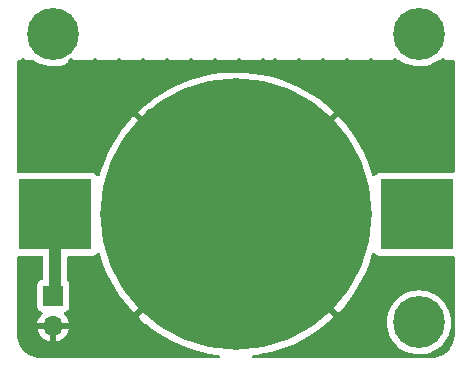
<source format=gbl>
%TF.GenerationSoftware,KiCad,Pcbnew,(6.0.1)*%
%TF.CreationDate,2022-03-11T00:24:32+11:00*%
%TF.ProjectId,BLE_beacon,424c455f-6265-4616-936f-6e2e6b696361,rev?*%
%TF.SameCoordinates,PX7e67600PY5e0b320*%
%TF.FileFunction,Copper,L2,Bot*%
%TF.FilePolarity,Positive*%
%FSLAX46Y46*%
G04 Gerber Fmt 4.6, Leading zero omitted, Abs format (unit mm)*
G04 Created by KiCad (PCBNEW (6.0.1)) date 2022-03-11 00:24:32*
%MOMM*%
%LPD*%
G01*
G04 APERTURE LIST*
%TA.AperFunction,ComponentPad*%
%ADD10R,1.700000X1.700000*%
%TD*%
%TA.AperFunction,ComponentPad*%
%ADD11O,1.700000X1.700000*%
%TD*%
%TA.AperFunction,ComponentPad*%
%ADD12C,0.700000*%
%TD*%
%TA.AperFunction,ComponentPad*%
%ADD13C,4.400000*%
%TD*%
%TA.AperFunction,ComponentPad*%
%ADD14R,0.900000X0.500000*%
%TD*%
%TA.AperFunction,SMDPad,CuDef*%
%ADD15R,6.200000X6.000000*%
%TD*%
%TA.AperFunction,SMDPad,CuDef*%
%ADD16C,23.000000*%
%TD*%
%TA.AperFunction,ViaPad*%
%ADD17C,0.508000*%
%TD*%
%TA.AperFunction,Conductor*%
%ADD18C,0.300000*%
%TD*%
%TA.AperFunction,Conductor*%
%ADD19C,1.000000*%
%TD*%
G04 APERTURE END LIST*
D10*
%TO.P,J2,1,Pin_1*%
%TO.N,VDD*%
X3625000Y5882000D03*
D11*
%TO.P,J2,2,Pin_2*%
%TO.N,GND*%
X3625000Y3342000D03*
%TD*%
D12*
%TO.P,REF\u002A\u002A,1*%
%TO.N,N/C*%
X36238000Y28000000D03*
X33421274Y29166726D03*
X34588000Y26350000D03*
X35754726Y26833274D03*
X35754726Y29166726D03*
X32938000Y28000000D03*
X34588000Y29650000D03*
D13*
X34588000Y28000000D03*
D12*
X33421274Y26833274D03*
%TD*%
%TO.P,REF\u002A\u002A,1*%
%TO.N,N/C*%
X5250000Y28000000D03*
X2433274Y26833274D03*
X3600000Y26350000D03*
X2433274Y29166726D03*
D13*
X3600000Y28000000D03*
D12*
X3600000Y29650000D03*
X1950000Y28000000D03*
X4766726Y29166726D03*
X4766726Y26833274D03*
%TD*%
%TO.P,REF\u002A\u002A,1*%
%TO.N,N/C*%
X33421274Y4782726D03*
X36238000Y3616000D03*
X35754726Y4782726D03*
X34588000Y1966000D03*
X33421274Y2449274D03*
X35754726Y2449274D03*
X34588000Y5266000D03*
X32938000Y3616000D03*
D13*
X34588000Y3616000D03*
%TD*%
D14*
%TO.P,AE1,2*%
%TO.N,GND*%
X25494800Y25358400D03*
%TD*%
D15*
%TO.P,BT1,1,+*%
%TO.N,VDD*%
X3794000Y12760000D03*
%TO.N,N/C*%
X34394000Y12760000D03*
D16*
%TO.P,BT1,2,-*%
%TO.N,GND*%
X19094000Y12760000D03*
%TD*%
D17*
%TO.N,GND*%
X18200000Y17600000D03*
X17316000Y25714000D03*
X18332000Y22920000D03*
X24936000Y21904000D03*
X30016000Y22412000D03*
X2076000Y7172000D03*
X12213136Y2094596D03*
X32556000Y22412000D03*
X9673655Y2094596D03*
X2076000Y17332000D03*
X30016000Y12760000D03*
X26460000Y25714000D03*
X7129503Y7198497D03*
X7129503Y4659016D03*
X26968000Y19872000D03*
X22904000Y10220000D03*
X13252000Y25714000D03*
X10712000Y9204000D03*
X11220000Y25714000D03*
X32549107Y17334892D03*
X13760000Y15300000D03*
X15284000Y25714000D03*
X9668984Y4659016D03*
X35096000Y7172000D03*
X29989503Y2094596D03*
X14522000Y15300000D03*
X9694961Y22438497D03*
X21380000Y5648000D03*
X25698000Y13268000D03*
X32556000Y19872000D03*
X13754828Y16079264D03*
X4616000Y17332000D03*
X27450022Y2094596D03*
X2049503Y22438497D03*
X4615999Y19899016D03*
X7156000Y25714000D03*
X19348000Y25714000D03*
X21380000Y25714000D03*
X7156000Y17332000D03*
X22904000Y16316000D03*
X21888000Y22920000D03*
X2049503Y19899016D03*
X10712000Y17332000D03*
X9188000Y25714000D03*
X11728000Y21396000D03*
X28492000Y25714000D03*
X35088588Y19874373D03*
X23412000Y5648000D03*
X24428000Y25714000D03*
X22904000Y13776000D03*
X32556000Y7172000D03*
X20872000Y16316000D03*
X20872000Y18348000D03*
X35088588Y17334892D03*
X35096000Y22412000D03*
X5124000Y25714000D03*
X4615999Y22438497D03*
X22396000Y25714000D03*
X30009626Y19874373D03*
X2076000Y4632000D03*
X15284000Y5648000D03*
X13252000Y5648000D03*
X7155480Y19899016D03*
X2050541Y2092520D03*
X21888000Y13014000D03*
X7155480Y22438497D03*
X12744000Y23428000D03*
X36620000Y25714000D03*
X22904000Y18348000D03*
X30516909Y25721091D03*
X32556000Y25714000D03*
X1060000Y25714000D03*
X7129503Y2092520D03*
X21888000Y13776000D03*
%TD*%
D18*
%TO.N,VDD*%
X3794000Y6051000D02*
X3625000Y5882000D01*
D19*
X3794000Y12760000D02*
X3794000Y6051000D01*
%TD*%
%TA.AperFunction,Conductor*%
%TO.N,GND*%
G36*
X2022752Y25792307D02*
G01*
X2025189Y25790575D01*
X2028149Y25788191D01*
X2305253Y25615373D01*
X2601112Y25477097D01*
X2911440Y25375366D01*
X3231742Y25311654D01*
X3235514Y25311367D01*
X3235522Y25311366D01*
X3553602Y25287171D01*
X3553607Y25287171D01*
X3557379Y25286884D01*
X3883633Y25301414D01*
X3943425Y25311366D01*
X4202037Y25354410D01*
X4202042Y25354411D01*
X4205778Y25355033D01*
X4519149Y25446966D01*
X4522616Y25448456D01*
X4522620Y25448457D01*
X4815721Y25574384D01*
X4815723Y25574385D01*
X4819205Y25575881D01*
X5101601Y25739909D01*
X5104623Y25742190D01*
X5104627Y25742193D01*
X5168168Y25790162D01*
X5234588Y25815242D01*
X5244085Y25815600D01*
X32937763Y25815600D01*
X33010752Y25792307D01*
X33013189Y25790575D01*
X33016149Y25788191D01*
X33293253Y25615373D01*
X33589112Y25477097D01*
X33899440Y25375366D01*
X34219742Y25311654D01*
X34223514Y25311367D01*
X34223522Y25311366D01*
X34541602Y25287171D01*
X34541607Y25287171D01*
X34545379Y25286884D01*
X34871633Y25301414D01*
X34931425Y25311366D01*
X35190037Y25354410D01*
X35190042Y25354411D01*
X35193778Y25355033D01*
X35507149Y25446966D01*
X35510616Y25448456D01*
X35510620Y25448457D01*
X35803721Y25574384D01*
X35803723Y25574385D01*
X35807205Y25575881D01*
X36089601Y25739909D01*
X36092623Y25742190D01*
X36092627Y25742193D01*
X36156168Y25790162D01*
X36222588Y25815242D01*
X36232085Y25815600D01*
X37491949Y25815600D01*
X37560070Y25795598D01*
X37606563Y25741942D01*
X37617949Y25689600D01*
X37617949Y16394500D01*
X37597947Y16326379D01*
X37544291Y16279886D01*
X37491949Y16268500D01*
X31245866Y16268500D01*
X31183684Y16261745D01*
X31047295Y16210615D01*
X30930739Y16123261D01*
X30891725Y16071204D01*
X30862794Y16032602D01*
X30805935Y15990087D01*
X30735116Y15985061D01*
X30672823Y16019121D01*
X30642059Y16071369D01*
X30641540Y16071204D01*
X30439234Y16708952D01*
X30438069Y16712298D01*
X30201100Y17336122D01*
X30199766Y17339359D01*
X29928336Y17949000D01*
X29926821Y17952162D01*
X29621784Y18545701D01*
X29620096Y18548771D01*
X29282409Y19124345D01*
X29280536Y19127341D01*
X28911257Y19683151D01*
X28909222Y19686036D01*
X28509481Y20220382D01*
X28507306Y20223126D01*
X28078344Y20734343D01*
X28076027Y20736953D01*
X27775646Y21056827D01*
X27761949Y21064874D01*
X27761169Y21064842D01*
X27752955Y21059744D01*
X19466022Y12772812D01*
X19458408Y12758868D01*
X19458539Y12757035D01*
X19462790Y12750420D01*
X27751308Y4461903D01*
X27765252Y4454289D01*
X27766969Y4454411D01*
X27773743Y4458781D01*
X27849779Y4535349D01*
X27852196Y4537923D01*
X28295248Y5036942D01*
X28297505Y5039632D01*
X28712010Y5562608D01*
X28714120Y5565428D01*
X29098791Y6110735D01*
X29100726Y6113646D01*
X29454359Y6679578D01*
X29456134Y6682603D01*
X29777621Y7267387D01*
X29779230Y7270518D01*
X30067575Y7872339D01*
X30068994Y7875527D01*
X30323301Y8492523D01*
X30324544Y8495795D01*
X30544000Y9125987D01*
X30545070Y9129358D01*
X30637361Y9451216D01*
X30675365Y9511185D01*
X30739757Y9541087D01*
X30810094Y9531430D01*
X30859306Y9492051D01*
X30925357Y9403920D01*
X30930739Y9396739D01*
X31047295Y9309385D01*
X31183684Y9258255D01*
X31245866Y9251500D01*
X37491949Y9251500D01*
X37560070Y9231498D01*
X37606563Y9177842D01*
X37617949Y9125500D01*
X37617949Y2667379D01*
X37616449Y2647995D01*
X37612763Y2624321D01*
X37614890Y2608052D01*
X37615683Y2583484D01*
X37601105Y2361066D01*
X37598954Y2344725D01*
X37550320Y2100227D01*
X37546054Y2084308D01*
X37465927Y1848261D01*
X37459620Y1833034D01*
X37349365Y1609459D01*
X37341124Y1595186D01*
X37202633Y1387918D01*
X37192603Y1374845D01*
X37113732Y1284910D01*
X37028235Y1187419D01*
X37016581Y1175765D01*
X36886747Y1061903D01*
X36829159Y1011400D01*
X36816082Y1001367D01*
X36608814Y862876D01*
X36594541Y854635D01*
X36370966Y744380D01*
X36355739Y738073D01*
X36119692Y657946D01*
X36103773Y653680D01*
X35859276Y605046D01*
X35842935Y602895D01*
X35627681Y588787D01*
X35604645Y589812D01*
X35601095Y589855D01*
X35592219Y591237D01*
X35563711Y587509D01*
X35560698Y587115D01*
X35544360Y586051D01*
X20538363Y586051D01*
X20470242Y606053D01*
X20423749Y659709D01*
X20413645Y729983D01*
X20443139Y794563D01*
X20502865Y832947D01*
X20523444Y837165D01*
X20847149Y875764D01*
X20850600Y876274D01*
X21507784Y992153D01*
X21511259Y992867D01*
X22160923Y1145244D01*
X22164333Y1146145D01*
X22804508Y1334559D01*
X22807852Y1335646D01*
X23436480Y1559490D01*
X23439795Y1560776D01*
X24054962Y1819368D01*
X24058164Y1820821D01*
X24657936Y2113350D01*
X24661080Y2114993D01*
X25243562Y2440532D01*
X25246626Y2442358D01*
X25810031Y2799905D01*
X25812957Y2801878D01*
X26355574Y3190355D01*
X26358347Y3192460D01*
X26878436Y3610621D01*
X26881100Y3612888D01*
X26916114Y3644415D01*
X31874698Y3644415D01*
X31890936Y3318241D01*
X31891577Y3314510D01*
X31891578Y3314502D01*
X31933611Y3069885D01*
X31946241Y2996381D01*
X31947329Y2992742D01*
X31947330Y2992739D01*
X32032178Y2709030D01*
X32039814Y2683496D01*
X32041327Y2680025D01*
X32041329Y2680019D01*
X32078032Y2595810D01*
X32170297Y2384119D01*
X32172220Y2380848D01*
X32172222Y2380844D01*
X32245063Y2256938D01*
X32335802Y2102586D01*
X32338103Y2099571D01*
X32531631Y1845988D01*
X32531636Y1845983D01*
X32533931Y1842975D01*
X32595931Y1779330D01*
X32623369Y1751165D01*
X32761814Y1609047D01*
X32834635Y1550393D01*
X33013196Y1406569D01*
X33013201Y1406565D01*
X33016149Y1404191D01*
X33293253Y1231373D01*
X33589112Y1093097D01*
X33592721Y1091914D01*
X33854931Y1005957D01*
X33899440Y991366D01*
X34219742Y927654D01*
X34223514Y927367D01*
X34223522Y927366D01*
X34541602Y903171D01*
X34541607Y903171D01*
X34545379Y902884D01*
X34871633Y917414D01*
X34931425Y927366D01*
X35190037Y970410D01*
X35190042Y970411D01*
X35193778Y971033D01*
X35507149Y1062966D01*
X35510616Y1064456D01*
X35510620Y1064457D01*
X35803721Y1190384D01*
X35803723Y1190385D01*
X35807205Y1191881D01*
X36089601Y1355909D01*
X36350245Y1552676D01*
X36585363Y1779330D01*
X36774293Y2011394D01*
X36789155Y2029649D01*
X36789158Y2029653D01*
X36791549Y2032590D01*
X36816294Y2071809D01*
X36963788Y2305572D01*
X36963790Y2305575D01*
X36965815Y2308785D01*
X36990584Y2361065D01*
X37099139Y2590198D01*
X37105638Y2603916D01*
X37108262Y2611781D01*
X37207790Y2910103D01*
X37207792Y2910109D01*
X37208992Y2913707D01*
X37274381Y3233671D01*
X37280956Y3314502D01*
X37300674Y3556939D01*
X37300856Y3559174D01*
X37301395Y3610621D01*
X37301428Y3613779D01*
X37301428Y3613786D01*
X37301451Y3616000D01*
X37299510Y3648204D01*
X37282026Y3938207D01*
X37282026Y3938211D01*
X37281798Y3941985D01*
X37280883Y3947000D01*
X37223805Y4259527D01*
X37223804Y4259531D01*
X37223125Y4263249D01*
X37215722Y4287093D01*
X37151279Y4494633D01*
X37126282Y4575137D01*
X36992670Y4873131D01*
X36824226Y5152916D01*
X36821899Y5155900D01*
X36821894Y5155907D01*
X36625726Y5407442D01*
X36625724Y5407444D01*
X36623390Y5410437D01*
X36393070Y5641966D01*
X36136603Y5844148D01*
X35857705Y6014055D01*
X35854261Y6015621D01*
X35854257Y6015623D01*
X35645068Y6110735D01*
X35560414Y6149225D01*
X35249037Y6247700D01*
X35031492Y6288610D01*
X34931809Y6307355D01*
X34931807Y6307355D01*
X34928086Y6308055D01*
X34602208Y6329414D01*
X34598428Y6329206D01*
X34598427Y6329206D01*
X34500897Y6323838D01*
X34276124Y6311468D01*
X34272397Y6310807D01*
X34272393Y6310807D01*
X34115341Y6282973D01*
X33954557Y6254478D01*
X33950941Y6253376D01*
X33950933Y6253374D01*
X33645789Y6160373D01*
X33642167Y6159269D01*
X33343477Y6027219D01*
X33318041Y6012086D01*
X33066074Y5862183D01*
X33066068Y5862179D01*
X33062814Y5860243D01*
X32804244Y5660757D01*
X32571513Y5431653D01*
X32569149Y5428686D01*
X32569146Y5428683D01*
X32552220Y5407442D01*
X32367991Y5176249D01*
X32196626Y4898243D01*
X32059902Y4601664D01*
X32058741Y4598060D01*
X32058741Y4598059D01*
X32050196Y4571523D01*
X31959797Y4290808D01*
X31959079Y4287097D01*
X31959078Y4287093D01*
X31898482Y3973895D01*
X31898481Y3973886D01*
X31897763Y3970176D01*
X31897496Y3966400D01*
X31897495Y3966395D01*
X31874966Y3648204D01*
X31874698Y3644415D01*
X26916114Y3644415D01*
X27377023Y4059420D01*
X27379570Y4061846D01*
X27393398Y4075771D01*
X27400961Y4089738D01*
X27400814Y4091691D01*
X27396661Y4098128D01*
X19106812Y12387978D01*
X19092868Y12395592D01*
X19091035Y12395461D01*
X19084420Y12391210D01*
X10796742Y4103531D01*
X10789128Y4089587D01*
X10789234Y4088105D01*
X10793847Y4081007D01*
X10930691Y3947000D01*
X10933265Y3944617D01*
X11435363Y3505063D01*
X11438084Y3502813D01*
X11963926Y3091981D01*
X11966761Y3089890D01*
X12514747Y2709030D01*
X12517663Y2707122D01*
X13086059Y2357441D01*
X13089095Y2355688D01*
X13676092Y2038301D01*
X13679264Y2036699D01*
X14283051Y1752579D01*
X14286286Y1751165D01*
X14904991Y1501192D01*
X14908316Y1499955D01*
X15540008Y1284910D01*
X15543407Y1283858D01*
X16186108Y1104412D01*
X16189536Y1103557D01*
X16841294Y960259D01*
X16844748Y959600D01*
X17503478Y852910D01*
X17506961Y852445D01*
X17650473Y837361D01*
X17716129Y810348D01*
X17756759Y752126D01*
X17759462Y681181D01*
X17723380Y620037D01*
X17659969Y588107D01*
X17637302Y586051D01*
X2651379Y586051D01*
X2631994Y587551D01*
X2617193Y589856D01*
X2617190Y589856D01*
X2608321Y591237D01*
X2592052Y589110D01*
X2567484Y588317D01*
X2345066Y602895D01*
X2328725Y605046D01*
X2084227Y653680D01*
X2068308Y657946D01*
X1832261Y738073D01*
X1817034Y744380D01*
X1593459Y854635D01*
X1579186Y862876D01*
X1371918Y1001367D01*
X1358841Y1011400D01*
X1301254Y1061903D01*
X1171419Y1175765D01*
X1159765Y1187419D01*
X1074268Y1284910D01*
X995397Y1374845D01*
X985367Y1387918D01*
X846876Y1595186D01*
X838635Y1609459D01*
X728380Y1833034D01*
X722073Y1848261D01*
X641946Y2084308D01*
X637680Y2100227D01*
X589046Y2344724D01*
X586895Y2361065D01*
X572787Y2576319D01*
X573812Y2599355D01*
X573855Y2602905D01*
X575237Y2611781D01*
X571115Y2643303D01*
X570051Y2659640D01*
X570051Y3074034D01*
X2293257Y3074034D01*
X2323565Y2939554D01*
X2326645Y2929725D01*
X2406770Y2732397D01*
X2411413Y2723206D01*
X2522694Y2541612D01*
X2528777Y2533301D01*
X2668213Y2372333D01*
X2675580Y2365117D01*
X2839434Y2229084D01*
X2847881Y2223169D01*
X3031756Y2115721D01*
X3041042Y2111271D01*
X3240001Y2035297D01*
X3249899Y2032421D01*
X3353250Y2011394D01*
X3367299Y2012590D01*
X3371000Y2022935D01*
X3371000Y2023483D01*
X3879000Y2023483D01*
X3883064Y2009641D01*
X3896478Y2007607D01*
X3903184Y2008466D01*
X3913262Y2010608D01*
X4117255Y2071809D01*
X4126842Y2075567D01*
X4318095Y2169261D01*
X4326945Y2174536D01*
X4500328Y2298208D01*
X4508200Y2304861D01*
X4659052Y2455188D01*
X4665730Y2463035D01*
X4790003Y2635980D01*
X4795313Y2644817D01*
X4889670Y2835733D01*
X4893469Y2845328D01*
X4955377Y3049090D01*
X4957555Y3059163D01*
X4958986Y3070038D01*
X4956775Y3084222D01*
X4943617Y3088000D01*
X3897115Y3088000D01*
X3881876Y3083525D01*
X3880671Y3082135D01*
X3879000Y3074452D01*
X3879000Y2023483D01*
X3371000Y2023483D01*
X3371000Y3069885D01*
X3366525Y3085124D01*
X3365135Y3086329D01*
X3357452Y3088000D01*
X2308225Y3088000D01*
X2294694Y3084027D01*
X2293257Y3074034D01*
X570051Y3074034D01*
X570051Y9125500D01*
X590053Y9193621D01*
X643709Y9240114D01*
X696051Y9251500D01*
X2659500Y9251500D01*
X2727621Y9231498D01*
X2774114Y9177842D01*
X2785500Y9125500D01*
X2785500Y7359923D01*
X2765498Y7291802D01*
X2711842Y7245309D01*
X2680179Y7236605D01*
X2680222Y7236425D01*
X2675072Y7235201D01*
X2673106Y7234660D01*
X2672541Y7234599D01*
X2672537Y7234598D01*
X2664684Y7233745D01*
X2528295Y7182615D01*
X2411739Y7095261D01*
X2324385Y6978705D01*
X2273255Y6842316D01*
X2266500Y6780134D01*
X2266500Y4983866D01*
X2273255Y4921684D01*
X2324385Y4785295D01*
X2411739Y4668739D01*
X2528295Y4581385D01*
X2536704Y4578233D01*
X2536705Y4578232D01*
X2645960Y4537274D01*
X2702725Y4494633D01*
X2727425Y4428071D01*
X2712218Y4358722D01*
X2692825Y4332241D01*
X2569590Y4203283D01*
X2563104Y4195273D01*
X2443098Y4019351D01*
X2438000Y4010377D01*
X2348338Y3817217D01*
X2344775Y3807530D01*
X2289389Y3607817D01*
X2290912Y3599393D01*
X2303292Y3596000D01*
X4943344Y3596000D01*
X4956875Y3599973D01*
X4958180Y3609053D01*
X4916214Y3776125D01*
X4912894Y3785876D01*
X4827972Y3981186D01*
X4823105Y3990261D01*
X4707426Y4169074D01*
X4701136Y4177243D01*
X4557293Y4335323D01*
X4526241Y4399169D01*
X4534635Y4469667D01*
X4579812Y4524436D01*
X4606256Y4538105D01*
X4713297Y4578233D01*
X4721705Y4581385D01*
X4838261Y4668739D01*
X4925615Y4785295D01*
X4976745Y4921684D01*
X4983500Y4983866D01*
X4983500Y6780134D01*
X4976745Y6842316D01*
X4925615Y6978705D01*
X4838261Y7095261D01*
X4837477Y7095848D01*
X4805379Y7154630D01*
X4802500Y7181413D01*
X4802500Y9125500D01*
X4822502Y9193621D01*
X4876158Y9240114D01*
X4928500Y9251500D01*
X6942134Y9251500D01*
X7004316Y9258255D01*
X7140705Y9309385D01*
X7257261Y9396739D01*
X7327801Y9490860D01*
X7384660Y9533375D01*
X7455479Y9538401D01*
X7517772Y9504341D01*
X7549249Y9451713D01*
X7694740Y8969822D01*
X7695848Y8966492D01*
X7924086Y8339415D01*
X7925383Y8336138D01*
X8188274Y7722767D01*
X8189735Y7719605D01*
X8486459Y7121860D01*
X8488112Y7118752D01*
X8817725Y6538528D01*
X8819555Y6535507D01*
X9181040Y5974590D01*
X9183028Y5971687D01*
X9575271Y5431811D01*
X9577414Y5429028D01*
X9999190Y4911879D01*
X10001480Y4909226D01*
X10410493Y4461300D01*
X10424077Y4453062D01*
X10424387Y4453070D01*
X10433313Y4458524D01*
X18721978Y12747188D01*
X18729592Y12761132D01*
X18729461Y12762965D01*
X18725210Y12769580D01*
X10437958Y21056831D01*
X10424014Y21064445D01*
X10422766Y21064356D01*
X10415349Y21059497D01*
X10224233Y20861591D01*
X10221856Y20858988D01*
X9785823Y20353839D01*
X9783599Y20351113D01*
X9376423Y19822385D01*
X9374373Y19819563D01*
X8997357Y19268945D01*
X8995442Y19265974D01*
X8649758Y18695182D01*
X8648014Y18692111D01*
X8334742Y18102931D01*
X8333162Y18099749D01*
X8053248Y17493959D01*
X8051883Y17490775D01*
X7806221Y16870304D01*
X7805003Y16866959D01*
X7594379Y16233796D01*
X7593354Y16230401D01*
X7550225Y16071661D01*
X7513062Y16011168D01*
X7449094Y15980369D01*
X7378629Y15989044D01*
X7327807Y16029132D01*
X7262643Y16116080D01*
X7262642Y16116081D01*
X7257261Y16123261D01*
X7140705Y16210615D01*
X7004316Y16261745D01*
X6942134Y16268500D01*
X696051Y16268500D01*
X627930Y16288502D01*
X581437Y16342158D01*
X570051Y16394500D01*
X570051Y21428729D01*
X10788302Y21428729D01*
X10788320Y21428182D01*
X10793596Y21419615D01*
X19081188Y13132022D01*
X19095132Y13124408D01*
X19096965Y13124539D01*
X19103580Y13128790D01*
X27390819Y21416030D01*
X27398433Y21429974D01*
X27398361Y21430989D01*
X27393258Y21438720D01*
X27133459Y21686123D01*
X27130870Y21688454D01*
X26622666Y22120969D01*
X26619926Y22123172D01*
X26088373Y22526643D01*
X26085540Y22528671D01*
X25532308Y22901831D01*
X25529301Y22903739D01*
X24956107Y23245432D01*
X24953068Y23247131D01*
X24361668Y23556306D01*
X24358498Y23557852D01*
X23750779Y23833526D01*
X23747563Y23834878D01*
X23125379Y24076208D01*
X23122073Y24077385D01*
X22487421Y24283595D01*
X22484035Y24284592D01*
X21838870Y24455052D01*
X21835408Y24455864D01*
X21181772Y24590036D01*
X21178247Y24590657D01*
X20518137Y24688134D01*
X20514601Y24688555D01*
X19850054Y24749034D01*
X19846535Y24749256D01*
X19179635Y24772544D01*
X19176092Y24772569D01*
X18508931Y24758594D01*
X18505433Y24758423D01*
X17840067Y24707226D01*
X17836553Y24706857D01*
X17175108Y24618601D01*
X17171634Y24618038D01*
X16516128Y24492993D01*
X16512703Y24492241D01*
X15865199Y24330800D01*
X15861816Y24329856D01*
X15224335Y24132522D01*
X15221016Y24131393D01*
X14595509Y23898768D01*
X14592303Y23897473D01*
X13980765Y23630299D01*
X13977590Y23628805D01*
X13381931Y23327916D01*
X13378855Y23326252D01*
X12800936Y22992591D01*
X12797934Y22990744D01*
X12239558Y22625353D01*
X12236660Y22623339D01*
X11699529Y22227332D01*
X11696767Y22225174D01*
X11182591Y21799810D01*
X11179938Y21797488D01*
X10796443Y21442367D01*
X10788302Y21428729D01*
X570051Y21428729D01*
X570051Y25689600D01*
X590053Y25757721D01*
X643709Y25804214D01*
X696051Y25815600D01*
X1949763Y25815600D01*
X2022752Y25792307D01*
G37*
%TD.AperFunction*%
%TD*%
M02*

</source>
